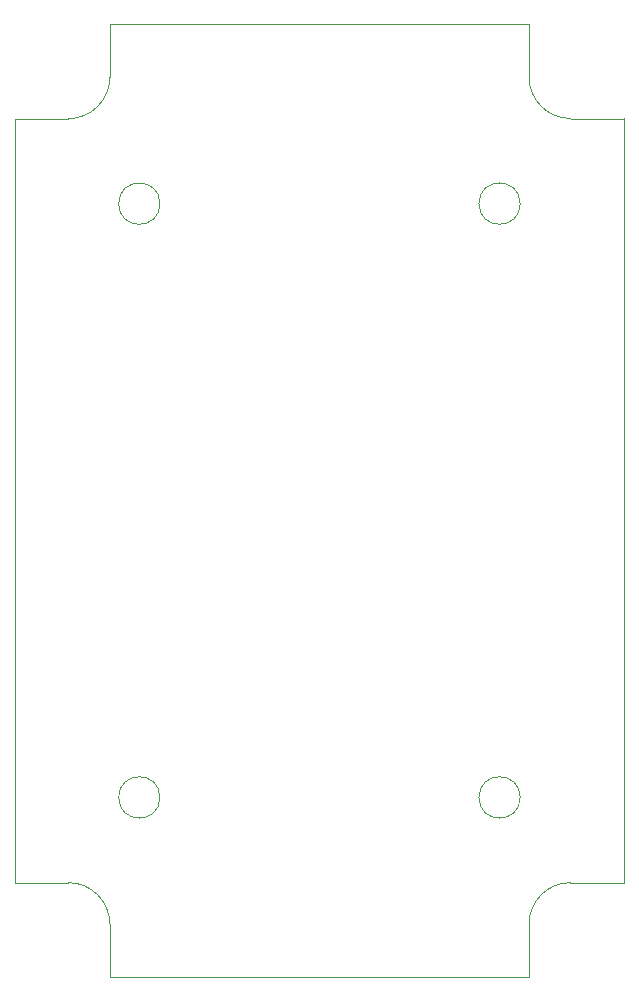
<source format=gm1>
%FSLAX24Y24*%
%MOIN*%
G70*
G01*
G75*
G04 Layer_Color=16711935*
%ADD10R,0.0354X0.0276*%
%ADD11R,0.0512X0.0591*%
%ADD12R,0.0276X0.0354*%
%ADD13R,0.0256X0.0630*%
%ADD14O,0.0118X0.1181*%
%ADD15O,0.1181X0.0118*%
%ADD16R,0.1358X0.1358*%
%ADD17O,0.0768X0.0236*%
%ADD18O,0.0236X0.0768*%
%ADD19R,0.0118X0.0315*%
%ADD20R,0.0315X0.0157*%
%ADD21R,0.0118X0.0787*%
%ADD22C,0.0120*%
%ADD23R,0.0335X0.0374*%
%ADD24C,0.0080*%
%ADD25C,0.0197*%
%ADD26C,0.0118*%
%ADD27C,0.0276*%
%ADD28C,0.0200*%
%ADD29C,0.0150*%
%ADD30C,0.0100*%
%ADD31C,0.0250*%
%ADD32C,0.0394*%
%ADD33C,0.0236*%
%ADD34C,0.0984*%
%ADD35C,0.0591*%
%ADD36R,0.0591X0.0591*%
%ADD37C,0.0709*%
%ADD38R,0.0669X0.0669*%
%ADD39C,0.0669*%
%ADD40C,0.0200*%
%ADD41C,0.0394*%
%ADD42C,0.0240*%
%ADD43C,0.0098*%
%ADD44C,0.0079*%
%ADD45C,0.0039*%
%ADD46C,0.0063*%
%ADD47R,0.0285X0.0354*%
%ADD48R,0.1181X0.2116*%
%ADD49R,0.0433X0.0354*%
%ADD50R,0.0591X0.0669*%
%ADD51R,0.0354X0.0433*%
%ADD52R,0.0335X0.0709*%
%ADD53O,0.0197X0.1260*%
%ADD54O,0.1260X0.0197*%
%ADD55R,0.1437X0.1437*%
%ADD56O,0.0846X0.0315*%
%ADD57O,0.0315X0.0846*%
%ADD58R,0.0197X0.0394*%
%ADD59R,0.0394X0.0236*%
%ADD60R,0.0157X0.0827*%
%ADD61C,0.0159*%
%ADD62R,0.0413X0.0453*%
%ADD63C,0.1063*%
%ADD64C,0.0787*%
%ADD65R,0.0748X0.0748*%
%ADD66C,0.0748*%
%ADD67C,0.0004*%
D67*
X3150Y1768D02*
G03*
X1768Y3150I-1382J0D01*
G01*
X18508D02*
G03*
X17126Y1768I0J-1382D01*
G01*
Y30004D02*
G03*
X18508Y28622I1382J0D01*
G01*
X1770Y28616D02*
G03*
X3152Y29998I0J1382D01*
G01*
X4823Y5990D02*
G03*
X4823Y5990I-689J0D01*
G01*
X16831D02*
G03*
X16831Y5990I-689J0D01*
G01*
Y25782D02*
G03*
X16831Y25782I-689J0D01*
G01*
X4823D02*
G03*
X4823Y25782I-689J0D01*
G01*
X20276Y28620D02*
Y28622D01*
X18508Y28620D02*
X20276D01*
X3152Y29998D02*
Y31772D01*
X3150D02*
X3152D01*
X0Y28616D02*
X1770D01*
X0Y3150D02*
Y28616D01*
Y3150D02*
X1768D01*
X3150Y0D02*
X17126D01*
Y1768D01*
X20276Y3150D02*
Y28622D01*
X3150Y0D02*
Y1770D01*
X18506Y3150D02*
X20276D01*
X17126Y30002D02*
Y31772D01*
X3150D02*
X17126D01*
M02*

</source>
